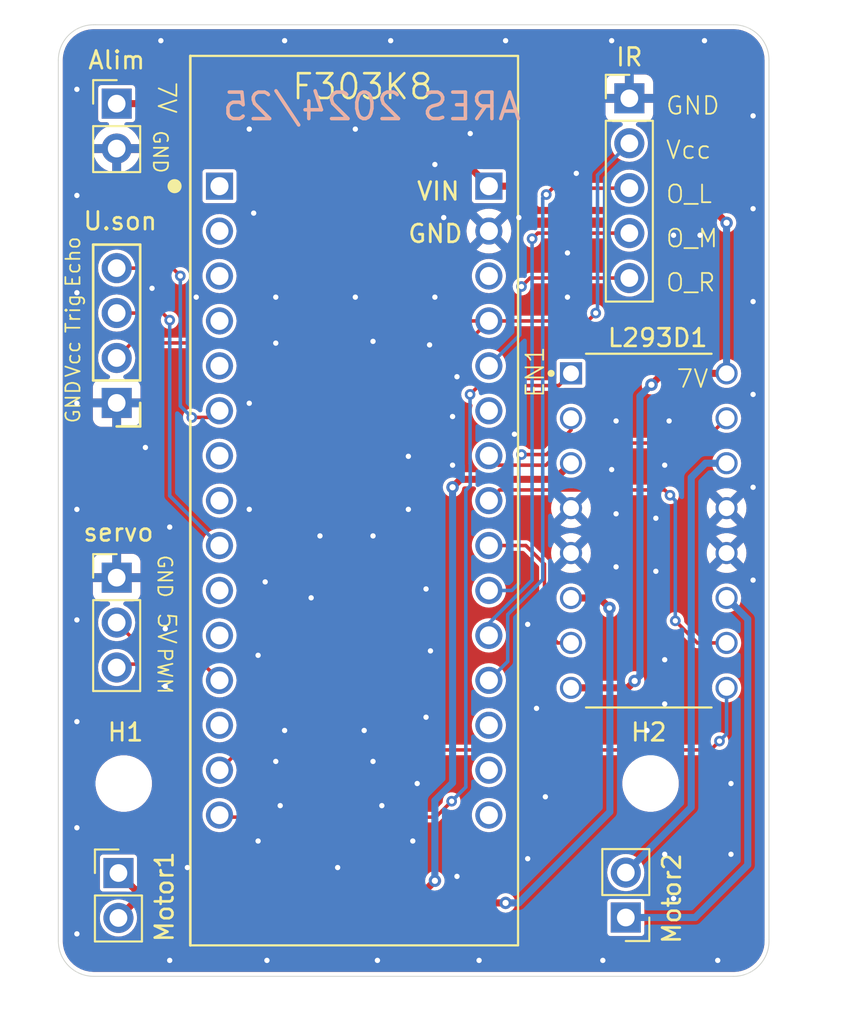
<source format=kicad_pcb>
(kicad_pcb (version 20240108) (generator "pcbnew") (generator_version "8.0")
  (layers (0 "F.Cu" signal) (31 "B.Cu" signal) (34 "B.Paste" user) (35 "F.Paste" user) (36 "B.SilkS" user "B.Silkscreen") (37 "F.SilkS" user "F.Silkscreen") (38 "B.Mask" user) (39 "F.Mask" user) (44 "Edge.Cuts" user))
  (net 0 "")
  (net 1 "/IN1")
  (net 2 "/GND")
  (net 3 "/IN3")
  (net 4 "/IN2")
  (net 5 "/EN1")
  (net 6 "/EN2")
  (net 7 "/out4")
  (net 8 "/IN4")
  (net 9 "/out2")
  (net 10 "/out3")
  (net 11 "/7V")
  (net 12 "/out1")
  (net 13 "/O_M")
  (net 14 "/5V")
  (net 16 "/O_R")
  (net 18 "/O_L")
  (net 19 "/Echo")
  (net 22 "/Trig")
  (net 30 "/pwm_servo")
  (footprint "L293D (1):L293D_Motor_Driver" (layer "F.Cu") (at 146.6 73.2)
    (property "Reference" "L293D1" (at 0.5 -10.9 0) (layer "F.SilkS"))
    (property "Value" "L293D")
    (fp_line (start -3.55 -10) (end 3.55 -10) (stroke (width 0.127)) (layer "F.SilkS"))
    (fp_line (start -3.55 10) (end 3.55 10) (stroke (width 0.127)) (layer "F.SilkS"))
    (fp_circle (center -5.525 -8.89) (end -5.425 -8.89) (stroke (width 0.2)) (fill none) (layer "F.SilkS"))
    (fp_text user "7V" (at 1.5 -8 0) (layer "F.SilkS") (effects (font (thickness 0.1)) (justify left bottom)))
    (fp_text user "EN1" (at -5.85 -7.45 90) (layer "F.SilkS") (effects (font (thickness 0.1)) (justify left bottom)))
    (pad "1" thru_hole rect (at -4.4 -8.89) (size 1.25 1.25) (drill 0.9) (layers "*.Cu" "*.Mask") (net 5 "/EN1"))
    (pad "2" thru_hole circle (at -4.4 -6.35) (size 1.25 1.25) (drill 0.9) (layers "*.Cu" "*.Mask") (net 1 "/IN1"))
    (pad "3" thru_hole circle (at -4.4 -3.81) (size 1.25 1.25) (drill 0.9) (layers "*.Cu" "*.Mask") (net 12 "/out1"))
    (pad "4" thru_hole circle (at -4.4 -1.27) (size 1.25 1.25) (drill 0.9) (layers "*.Cu" "*.Mask") (net 2 "/GND"))
    (pad "5" thru_hole circle (at -4.4 1.27) (size 1.25 1.25) (drill 0.9) (layers "*.Cu" "*.Mask") (net 2 "/GND"))
    (pad "6" thru_hole circle (at -4.4 3.81) (size 1.25 1.25) (drill 0.9) (layers "*.Cu" "*.Mask") (net 9 "/out2"))
    (pad "7" thru_hole circle (at -4.4 6.35) (size 1.25 1.25) (drill 0.9) (layers "*.Cu" "*.Mask") (net 4 "/IN2"))
    (pad "8" thru_hole circle (at -4.4 8.89) (size 1.25 1.25) (drill 0.9) (layers "*.Cu" "*.Mask") (net 11 "/7V"))
    (pad "9" thru_hole circle (at 4.4 8.89) (size 1.25 1.25) (drill 0.9) (layers "*.Cu" "*.Mask") (net 6 "/EN2"))
    (pad "10" thru_hole circle (at 4.4 6.35) (size 1.25 1.25) (drill 0.9) (layers "*.Cu" "*.Mask") (net 3 "/IN3"))
    (pad "11" thru_hole circle (at 4.4 3.81) (size 1.25 1.25) (drill 0.9) (layers "*.Cu" "*.Mask") (net 10 "/out3"))
    (pad "12" thru_hole circle (at 4.4 1.27) (size 1.25 1.25) (drill 0.9) (layers "*.Cu" "*.Mask") (net 2 "/GND"))
    (pad "13" thru_hole circle (at 4.4 -1.27) (size 1.25 1.25) (drill 0.9) (layers "*.Cu" "*.Mask") (net 2 "/GND"))
    (pad "14" thru_hole circle (at 4.4 -3.81) (size 1.25 1.25) (drill 0.9) (layers "*.Cu" "*.Mask") (net 7 "/out4"))
    (pad "15" thru_hole circle (at 4.4 -6.35) (size 1.25 1.25) (drill 0.9) (layers "*.Cu" "*.Mask") (net 8 "/IN4"))
    (pad "16" thru_hole circle (at 4.4 -8.89) (size 1.25 1.25) (drill 0.9) (layers "*.Cu" "*.Mask") (net 11 "/7V"))
  )
  (footprint "Connector_PinHeader_2.54mm:PinHeader_1x02_P2.54mm_Vertical" (layer "F.Cu") (at 145.3 95.075 180)
    (property "Reference" "Motor2" (at -2.6 1.075 90) (layer "F.SilkS"))
    (property "Value" "~")
    (fp_line (start 1.33 1.27) (end 1.33 3.87) (stroke (width 0.12)) (layer "F.SilkS"))
    (fp_line (start -1.33 3.87) (end 1.33 3.87) (stroke (width 0.12)) (layer "F.SilkS"))
    (fp_line (start -1.33 1.27) (end 1.33 1.27) (stroke (width 0.12)) (layer "F.SilkS"))
    (fp_line (start -1.33 1.27) (end -1.33 3.87) (stroke (width 0.12)) (layer "F.SilkS"))
    (fp_line (start -1.33 0) (end -1.33 -1.33) (stroke (width 0.12)) (layer "F.SilkS"))
    (fp_line (start -1.33 -1.33) (end 0 -1.33) (stroke (width 0.12)) (layer "F.SilkS"))
    (pad "1" thru_hole rect (at 0 0 180) (size 1.7 1.7) (drill 1) (layers "*.Cu" "*.Mask") (net 10 "/out3"))
    (pad "2" thru_hole oval (at 0 2.54 180) (size 1.7 1.7) (drill 1) (layers "*.Cu" "*.Mask") (net 7 "/out4"))
  )
  (footprint "Connector_PinHeader_2.54mm:PinHeader_1x03_P2.54mm_Vertical" (layer "F.Cu") (at 116.5 75.86)
    (property "Reference" "servo" (at 0.1 -2.56 0) (layer "F.SilkS"))
    (property "Value" "~")
    (fp_line (start -1.33 -1.33) (end 0 -1.33) (stroke (width 0.12)) (layer "F.SilkS"))
    (fp_line (start -1.33 0) (end -1.33 -1.33) (stroke (width 0.12)) (layer "F.SilkS"))
    (fp_line (start -1.33 1.27) (end -1.33 6.41) (stroke (width 0.12)) (layer "F.SilkS"))
    (fp_line (start -1.33 1.27) (end 1.33 1.27) (stroke (width 0.12)) (layer "F.SilkS"))
    (fp_line (start -1.33 6.41) (end 1.33 6.41) (stroke (width 0.12)) (layer "F.SilkS"))
    (fp_line (start 1.33 1.27) (end 1.33 6.41) (stroke (width 0.12)) (layer "F.SilkS"))
    (fp_text user "PWM" (at 2.25 3.89 -90) (layer "F.SilkS") (effects (font (size 0.8 0.8) (thickness 0.1)) (justify left bottom)))
    (fp_text user "GND" (at 2.25 -1.36 -90) (layer "F.SilkS") (effects (font (size 0.8 0.8) (thickness 0.1)) (justify left bottom)))
    (fp_text user "5V" (at 2.25 1.89 -90) (layer "F.SilkS") (effects (font (thickness 0.1)) (justify left bottom)))
    (pad "1" thru_hole oval (at 0 2.54) (size 1.7 1.7) (drill 1) (layers "*.Cu" "*.Mask") (net 14 "/5V"))
    (pad "2" thru_hole rect (at 0 0) (size 1.7 1.7) (drill 1) (layers "*.Cu" "*.Mask") (net 2 "/GND"))
    (pad "3" thru_hole oval (at 0 5.08) (size 1.7 1.7) (drill 1) (layers "*.Cu" "*.Mask") (net 30 "/pwm_servo"))
  )
  (footprint "Connector_PinHeader_2.54mm:PinHeader_1x02_P2.54mm_Vertical" (layer "F.Cu") (at 116.5 49.06)
    (property "Reference" "Alim" (at 0 -2.46 0) (layer "F.SilkS"))
    (property "Value" "~")
    (fp_line (start -1.33 -1.33) (end 0 -1.33) (stroke (width 0.12)) (layer "F.SilkS"))
    (fp_line (start -1.33 0) (end -1.33 -1.33) (stroke (width 0.12)) (layer "F.SilkS"))
    (fp_line (start -1.33 1.27) (end -1.33 3.87) (stroke (width 0.12)) (layer "F.SilkS"))
    (fp_line (start -1.33 1.27) (end 1.33 1.27) (stroke (width 0.12)) (layer "F.SilkS"))
    (fp_line (start -1.33 3.87) (end 1.33 3.87) (stroke (width 0.12)) (layer "F.SilkS"))
    (fp_line (start 1.33 1.27) (end 1.33 3.87) (stroke (width 0.12)) (layer "F.SilkS"))
    (fp_text user "7V" (at 2.25 -1.31 -90) (layer "F.SilkS") (effects (font (thickness 0.1)) (justify left bottom)))
    (fp_text user "GND" (at 2 1.44 -90) (layer "F.SilkS") (effects (font (size 0.8 0.8) (thickness 0.1)) (justify left bottom)))
    (pad "1" thru_hole rect (at 0 0) (size 1.7 1.7) (drill 1) (layers "*.Cu" "*.Mask") (net 11 "/7V"))
    (pad "2" thru_hole oval (at 0 2.54) (size 1.7 1.7) (drill 1) (layers "*.Cu" "*.Mask") (net 2 "/GND"))
  )
  (footprint "MountingHole:MountingHole_2.7mm_M2.5" (layer "F.Cu") (at 116.9 87.5)
    (property "Reference" "H1" (at 0.1 -2.9 0) (layer "F.SilkS"))
    (property "Value" "MountingHole_Pad")
    (pad "" np_thru_hole circle (at 0 0) (size 2.7 2.7) (drill 2.7) (layers "*.Cu" "*.Mask"))
  )
  (footprint "Connector_PinHeader_2.54mm:PinHeader_1x02_P2.54mm_Vertical" (layer "F.Cu") (at 116.6 92.56)
    (property "Reference" "Motor1" (at 2.6 1.34 90) (layer "F.SilkS"))
    (property "Value" "~")
    (fp_line (start -1.33 -1.33) (end 0 -1.33) (stroke (width 0.12)) (layer "F.SilkS"))
    (fp_line (start -1.33 0) (end -1.33 -1.33) (stroke (width 0.12)) (layer "F.SilkS"))
    (fp_line (start -1.33 1.27) (end -1.33 3.87) (stroke (width 0.12)) (layer "F.SilkS"))
    (fp_line (start -1.33 1.27) (end 1.33 1.27) (stroke (width 0.12)) (layer "F.SilkS"))
    (fp_line (start -1.33 3.87) (end 1.33 3.87) (stroke (width 0.12)) (layer "F.SilkS"))
    (fp_line (start 1.33 1.27) (end 1.33 3.87) (stroke (width 0.12)) (layer "F.SilkS"))
    (pad "1" thru_hole rect (at 0 0) (size 1.7 1.7) (drill 1) (layers "*.Cu" "*.Mask") (net 12 "/out1"))
    (pad "2" thru_hole oval (at 0 2.54) (size 1.7 1.7) (drill 1) (layers "*.Cu" "*.Mask") (net 9 "/out2"))
  )
  (footprint "NUCLEO-F303K8:MODULE_NUCLEO-F303K8" (layer "F.Cu") (at 129.935 71.505)
    (property "Reference" "F303K8" (at 0.465 -23.405 0) (layer "F.SilkS") (effects (font (size 1.402378 1.402378))))
    (property "Value" "~")
    (fp_line (start -9.27 -25.145) (end 9.27 -25.145) (stroke (width 0.127)) (layer "F.SilkS"))
    (fp_line (start -9.27 25.145) (end -9.27 -25.145) (stroke (width 0.15)) (layer "F.SilkS"))
    (fp_line (start 9.27 -25.145) (end 9.27 25.145) (stroke (width 0.127)) (layer "F.SilkS"))
    (fp_line (start 9.27 25.145) (end -9.27 25.145) (stroke (width 0.127)) (layer "F.SilkS"))
    (fp_circle (center -10.16 -17.78) (end -9.96 -17.78) (stroke (width 0.4)) (fill none) (layer "F.SilkS"))
    (pad "3_1" thru_hole rect (at -7.62 -17.78) (size 1.53 1.53) (drill 1.02) (layers "*.Cu" "*.Mask"))
    (pad "3_2" thru_hole circle (at -7.62 -15.24) (size 1.53 1.53) (drill 1.02) (layers "*.Cu" "*.Mask"))
    (pad "3_3" thru_hole circle (at -7.62 -12.7) (size 1.53 1.53) (drill 1.02) (layers "*.Cu" "*.Mask"))
    (pad "3_4" thru_hole circle (at -7.62 -10.16) (size 1.53 1.53) (drill 1.02) (layers "*.Cu" "*.Mask"))
    (pad "3_5" thru_hole circle (at -7.62 -7.62) (size 1.53 1.53) (drill 1.02) (layers "*.Cu" "*.Mask"))
    (pad "3_6" thru_hole circle (at -7.62 -5.08) (size 1.53 1.53) (drill 1.02) (layers "*.Cu" "*.Mask") (net 19 "/Echo"))
    (pad "3_7" thru_hole circle (at -7.62 -2.54) (size 1.53 1.53) (drill 1.02) (layers "*.Cu" "*.Mask"))
    (pad "3_8" thru_hole circle (at -7.62 0) (size 1.53 1.53) (drill 1.02) (layers "*.Cu" "*.Mask"))
    (pad "3_9" thru_hole circle (at -7.62 2.54) (size 1.53 1.53) (drill 1.02) (layers "*.Cu" "*.Mask") (net 22 "/Trig"))
    (pad "3_10" thru_hole circle (at -7.62 5.08) (size 1.53 1.53) (drill 1.02) (layers "*.Cu" "*.Mask"))
    (pad "3_11" thru_hole circle (at -7.62 7.62) (size 1.53 1.53) (drill 1.02) (layers "*.Cu" "*.Mask"))
    (pad "3_12" thru_hole circle (at -7.62 10.16) (size 1.53 1.53) (drill 1.02) (layers "*.Cu" "*.Mask") (net 30 "/pwm_servo"))
    (pad "3_13" thru_hole circle (at -7.62 12.7) (size 1.53 1.53) (drill 1.02) (layers "*.Cu" "*.Mask"))
    (pad "3_14" thru_hole circle (at -7.62 15.24) (size 1.53 1.53) (drill 1.02) (layers "*.Cu" "*.Mask") (net 6 "/EN2"))
    (pad "3_15" thru_hole circle (at -7.62 17.78) (size 1.53 1.53) (drill 1.02) (layers "*.Cu" "*.Mask") (net 5 "/EN1"))
    (pad "4_1" thru_hole rect (at 7.62 -17.78) (size 1.53 1.53) (drill 1.02) (layers "*.Cu" "*.Mask") (net 11 "/7V"))
    (pad "4_2" thru_hole circle (at 7.62 -15.24) (size 1.53 1.53) (drill 1.02) (layers "*.Cu" "*.Mask") (net 2 "/GND"))
    (pad "4_3" thru_hole circle (at 7.62 -12.7) (size 1.53 1.53) (drill 1.02) (layers "*.Cu" "*.Mask"))
    (pad "4_4" thru_hole circle (at 7.62 -10.16) (size 1.53 1.53) (drill 1.02) (layers "*.Cu" "*.Mask") (net 14 "/5V"))
    (pad "4_5" thru_hole circle (at 7.62 -7.62) (size 1.53 1.53) (drill 1.02) (layers "*.Cu" "*.Mask") (net 16 "/O_R"))
    (pad "4_6" thru_hole circle (at 7.62 -5.08) (size 1.53 1.53) (drill 1.02) (layers "*.Cu" "*.Mask"))
    (pad "4_7" thru_hole circle (at 7.62 -2.54) (size 1.53 1.53) (drill 1.02) (layers "*.Cu" "*.Mask") (net 8 "/IN4"))
    (pad "4_8" thru_hole circle (at 7.62 0) (size 1.53 1.53) (drill 1.02) (layers "*.Cu" "*.Mask") (net 3 "/IN3"))
    (pad "4_9" thru_hole circle (at 7.62 2.54) (size 1.53 1.53) (drill 1.02) (layers "*.Cu" "*.Mask") (net 4 "/IN2"))
    (pad "4_10" thru_hole circle (at 7.62 5.08) (size 1.53 1.53) (drill 1.02) (layers "*.Cu" "*.Mask") (net 1 "/IN1"))
    (pad "4_11" thru_hole circle (at 7.62 7.62) (size 1.53 1.53) (drill 1.02) (layers "*.Cu" "*.Mask") (net 13 "/O_M"))
    (pad "4_12" thru_hole circle (at 7.62 10.16) (size 1.53 1.53) (drill 1.02) (layers "*.Cu" "*.Mask") (net 18 "/O_L"))
    (pad "4_13" thru_hole circle (at 7.62 12.7) (size 1.53 1.53) (drill 1.02) (layers "*.Cu" "*.Mask"))
    (pad "4_14" thru_hole circle (at 7.62 15.24) (size 1.53 1.53) (drill 1.02) (layers "*.Cu" "*.Mask"))
    (pad "4_15" thru_hole circle (at 7.62 17.78) (size 1.53 1.53) (drill 1.02) (layers "*.Cu" "*.Mask"))
  )
  (footprint "MountingHole:MountingHole_2.7mm_M2.5" (layer "F.Cu") (at 146.7 87.5)
    (property "Reference" "H2" (at -0.1 -2.9 0) (layer "F.SilkS"))
    (property "Value" "MountingHole_Pad")
    (pad "" np_thru_hole circle (at 0 0) (size 2.7 2.7) (drill 2.7) (layers "*.Cu" "*.Mask"))
  )
  (footprint "Connector_PinHeader_2.54mm:PinHeader_1x05_P2.54mm_Vertical" (layer "F.Cu") (at 145.5 48.76)
    (property "Reference" "IR" (at 0 -2.33 0) (layer "F.SilkS"))
    (property "Value" "~")
    (fp_line (start -1.33 -1.33) (end 0 -1.33) (stroke (width 0.12)) (layer "F.SilkS"))
    (fp_line (start -1.33 0) (end -1.33 -1.33) (stroke (width 0.12)) (layer "F.SilkS"))
    (fp_line (start -1.33 1.27) (end -1.33 11.49) (stroke (width 0.12)) (layer "F.SilkS"))
    (fp_line (start -1.33 1.27) (end 1.33 1.27) (stroke (width 0.12)) (layer "F.SilkS"))
    (fp_line (start -1.33 11.49) (end 1.33 11.49) (stroke (width 0.12)) (layer "F.SilkS"))
    (fp_line (start 1.33 1.27) (end 1.33 11.49) (stroke (width 0.12)) (layer "F.SilkS"))
    (fp_text user "O_L" (at 2 6 0) (layer "F.SilkS") (effects (font (thickness 0.1)) (justify left bottom)))
    (fp_text user "Vcc" (at 2 3.5 0) (layer "F.SilkS") (effects (font (thickness 0.1)) (justify left bottom)))
    (fp_text user "O_M" (at 2 8.5 0) (layer "F.SilkS") (effects (font (thickness 0.1)) (justify left bottom)))
    (fp_text user "GND" (at 2 1 0) (layer "F.SilkS") (effects (font (thickness 0.1)) (justify left bottom)))
    (fp_text user "O_R" (at 2 11 0) (layer "F.SilkS") (effects (font (thickness 0.1)) (justify left bottom)))
    (pad "1" thru_hole rect (at 0 0) (size 1.7 1.7) (drill 1) (layers "*.Cu" "*.Mask") (net 2 "/GND"))
    (pad "2" thru_hole oval (at 0 2.54) (size 1.7 1.7) (drill 1) (layers "*.Cu" "*.Mask") (net 14 "/5V"))
    (pad "3" thru_hole oval (at 0 5.08) (size 1.7 1.7) (drill 1) (layers "*.Cu" "*.Mask") (net 18 "/O_L"))
    (pad "4" thru_hole oval (at 0 7.62) (size 1.7 1.7) (drill 1) (layers "*.Cu" "*.Mask") (net 13 "/O_M"))
    (pad "5" thru_hole oval (at 0 10.16) (size 1.7 1.7) (drill 1) (layers "*.Cu" "*.Mask") (net 16 "/O_R"))
  )
  (footprint "Connector_PinHeader_2.54mm:PinHeader_1x04_P2.54mm_Vertical" (layer "F.Cu") (at 116.5 65.98 180)
    (property "Reference" "U.son" (at -0.2 10.28 0) (layer "F.SilkS"))
    (property "Value" "~")
    (fp_line (start 1.33 1.27) (end 1.33 8.95) (stroke (width 0.15)) (layer "F.SilkS"))
    (fp_line (start -1.33 8.95) (end 1.33 8.95) (stroke (width 0.15)) (layer "F.SilkS"))
    (fp_line (start -1.33 1.27) (end 1.33 1.27) (stroke (width 0.15)) (layer "F.SilkS"))
    (fp_line (start -1.33 1.27) (end -1.33 8.95) (stroke (width 0.15)) (layer "F.SilkS"))
    (fp_line (start -1.33 0) (end -1.33 -1.33) (stroke (width 0.15)) (layer "F.SilkS"))
    (fp_line (start -1.33 -1.33) (end 0 -1.33) (stroke (width 0.15)) (layer "F.SilkS"))
    (fp_text user "Trig" (at 2 3.88 90) (layer "F.SilkS") (effects (font (size 0.8 0.8) (thickness 0.1)) (justify left bottom)))
    (fp_text user "Vcc" (at 2 1.38 90) (layer "F.SilkS") (effects (font (size 0.8 0.8) (thickness 0.1)) (justify left bottom)))
    (fp_text user "GND" (at 2 -1.22 90) (layer "F.SilkS") (effects (font (size 0.8 0.8) (thickness 0.1)) (justify left bottom)))
    (fp_text user "Echo" (at 2 6.48 90) (layer "F.SilkS") (effects (font (size 0.8 0.8) (thickness 0.1)) (justify left bottom)))
    (pad "1" thru_hole rect (at 0 0 180) (size 1.7 1.7) (drill 1) (layers "*.Cu" "*.Mask") (net 2 "/GND"))
    (pad "2" thru_hole oval (at 0 2.54 180) (size 1.7 1.7) (drill 1) (layers "*.Cu" "*.Mask") (net 14 "/5V"))
    (pad "3" thru_hole oval (at 0 5.08 180) (size 1.7 1.7) (drill 1) (layers "*.Cu" "*.Mask") (net 22 "/Trig"))
    (pad "4" thru_hole oval (at 0 7.62 180) (size 1.7 1.7) (drill 1) (layers "*.Cu" "*.Mask") (net 19 "/Echo"))
  )
  (gr_line (start 153.4 46.6) (end 153.4 96.3) (stroke (width 0.05)) (layer "Edge.Cuts"))
  (gr_line (start 115.2 44.597502) (end 115.3 44.597502) (stroke (width 0.05)) (layer "Edge.Cuts"))
  (gr_arc (start 151.4 44.6) (mid 152.814214 45.185786) (end 153.4 46.6) (stroke (width 0.05)) (layer "Edge.Cuts"))
  (gr_line (start 113.2 46.6) (end 113.2 96.4) (stroke (width 0.05)) (layer "Edge.Cuts"))
  (gr_line (start 151.4 98.4) (end 115.2 98.4) (stroke (width 0.05)) (layer "Edge.Cuts"))
  (gr_arc (start 113.2 46.6) (mid 113.785786 45.185786) (end 115.2 44.6) (stroke (width 0.05)) (layer "Edge.Cuts"))
  (gr_arc (start 115.2 98.4) (mid 113.785786 97.814214) (end 113.2 96.4) (stroke (width 0.05)) (layer "Edge.Cuts"))
  (gr_line (start 115.3 44.6) (end 151.4 44.6) (stroke (width 0.05)) (layer "Edge.Cuts"))
  (gr_arc (start 153.4 96.3) (mid 152.850905 97.780172) (end 151.4 98.402498) (stroke (width 0.05)) (layer "Edge.Cuts"))
  (gr_text "ARES 2024/25" (at 139.5 50.1 0) (layer "B.SilkS") (effects (font (size 1.5 1.5) (thickness 0.2) (bold yes)) (justify left bottom mirror)))
  (gr_text "VIN" (at 133.4 54.6 0) (layer "F.SilkS") (effects (font (size 1 1) (thickness 0.153)) (justify left bottom)))
  (gr_text "GND" (at 132.9 57 0) (layer "F.SilkS") (effects (font (size 1 1) (thickness 0.153)) (justify left bottom)))
  (segment (start 139.4 68.9) (end 140.816166 68.9) (width 0.2) (layer "F.Cu") (net 1))
  (segment (start 142.2 67.516166) (end 142.2 66.85) (width 0.2) (layer "F.Cu") (net 1))
  (segment (start 140.816166 68.9) (end 142.2 67.516166) (width 0.2) (layer "F.Cu") (net 1))
  (via (at 139.4 68.9) (size 0.6) (drill 0.3) (layers "F.Cu" "B.Cu") (net 1))
  (segment (start 139.4 68.9) (end 139.25 69.05) (width 0.2) (layer "B.Cu") (net 1))
  (segment (start 139.25 76.184314) (end 138.849314 76.585) (width 0.2) (layer "B.Cu") (net 1))
  (segment (start 139.25 69.05) (end 139.25 76.184314) (width 0.2) (layer "B.Cu") (net 1))
  (segment (start 138.849314 76.585) (end 137.555 76.585) (width 0.2) (layer "B.Cu") (net 1))
  (segment (start 116.5 75.86) (end 116.96 75.4) (width 0.2) (layer "F.Cu") (net 2))
  (via (at 131 73.5) (size 0.6) (drill 0.3) (layers "F.Cu" "B.Cu") (net 2))
  (via (at 119.25 82) (size 0.6) (drill 0.3) (layers "F.Cu" "B.Cu") (net 2))
  (via (at 124.9 76.1) (size 0.6) (drill 0.3) (layers "F.Cu" "B.Cu") (net 2))
  (via (at 130 60) (size 0.6) (drill 0.3) (layers "F.Cu" "B.Cu") (net 2))
  (via (at 133 72) (size 0.6) (drill 0.3) (layers "F.Cu" "B.Cu") (net 2))
  (via (at 118.125 68.5) (size 0.6) (drill 0.3) (layers "F.Cu" "B.Cu") (net 2))
  (via (at 124 72) (size 0.6) (drill 0.3) (layers "F.Cu" "B.Cu") (net 2))
  (via (at 135.75 64.5) (size 0.6) (drill 0.3) (layers "F.Cu" "B.Cu") (net 2))
  (via (at 119.5 73) (size 0.6) (drill 0.3) (layers "F.Cu" "B.Cu") (net 2))
  (via (at 152.5 70.75) (size 0.6) (drill 0.3) (layers "F.Cu" "B.Cu") (net 2))
  (via (at 125.5 86.25) (size 0.6) (drill 0.3) (layers "F.Cu" "B.Cu") (net 2))
  (via (at 114.25 90) (size 0.6) (drill 0.3) (layers "F.Cu" "B.Cu") (net 2))
  (via (at 119.5 97.5) (size 0.6) (drill 0.3) (layers "F.Cu" "B.Cu") (net 2))
  (via (at 134.25 80) (size 0.6) (drill 0.3) (layers "F.Cu" "B.Cu") (net 2))
  (via (at 129 92.25) (size 0.6) (drill 0.3) (layers "F.Cu" "B.Cu") (net 2))
  (via (at 136.5 50.75) (size 0.6) (drill 0.3) (layers "F.Cu" "B.Cu") (net 2))
  (via (at 147.5 69.5) (size 0.6) (drill 0.3) (layers "F.Cu" "B.Cu") (net 2))
  (via (at 149.5 56.5) (size 0.6) (drill 0.3) (layers "F.Cu" "B.Cu") (net 2))
  (via (at 124.5 90.75) (size 0.6) (drill 0.3) (layers "F.Cu" "B.Cu") (net 2))
  (via (at 114.25 48.25) (size 0.6) (drill 0.3) (layers "F.Cu" "B.Cu") (net 2))
  (via (at 131 62.5) (size 0.6) (drill 0.3) (layers "F.Cu" "B.Cu") (net 2))
  (via (at 114.25 84) (size 0.6) (drill 0.3) (layers "F.Cu" "B.Cu") (net 2))
  (via (at 144.5 45.5) (size 0.6) (drill 0.3) (layers "F.Cu" "B.Cu") (net 2))
  (via (at 131.25 97.5) (size 0.6) (drill 0.3) (layers "F.Cu" "B.Cu") (net 2))
  (via (at 150.5 97.5) (size 0.6) (drill 0.3) (layers "F.Cu" "B.Cu") (net 2))
  (via (at 144.75 67) (size 0.6) (drill 0.3) (layers "F.Cu" "B.Cu") (net 2))
  (via (at 142.5 53) (size 0.6) (drill 0.3) (layers "F.Cu" "B.Cu") (net 2))
  (via (at 152.5 76) (size 0.6) (drill 0.3) (layers "F.Cu" "B.Cu") (net 2))
  (via (at 139.75 78.5) (size 0.6) (drill 0.3) (layers "F.Cu" "B.Cu") (net 2))
  (via (at 142 57.5) (size 0.6) (drill 0.3) (layers "F.Cu" "B.Cu") (net 2))
  (via (at 133 69) (size 0.6) (drill 0.3) (layers "F.Cu" "B.Cu") (net 2))
  (via (at 131 86.25) (size 0.6) (drill 0.3) (layers "F.Cu" "B.Cu") (net 2))
  (via (at 147.5 83) (size 0.6) (drill 0.3) (layers "F.Cu" "B.Cu") (net 2))
  (via (at 124 50.5) (size 0.6) (drill 0.3) (layers "F.Cu" "B.Cu") (net 2))
  (via (at 144.75 72.25) (size 0.6) (drill 0.3) (layers "F.Cu" "B.Cu") (net 2))
  (via (at 114.25 72) (size 0.6) (drill 0.3) (layers "F.Cu" "B.Cu") (net 2))
  (via (at 128 73.5) (size 0.6) (drill 0.3) (layers "F.Cu" "B.Cu") (net 2))
  (via (at 125.75 88.75) (size 0.6) (drill 0.3) (layers "F.Cu" "B.Cu") (net 2))
  (via (at 127.5 77) (size 0.6) (drill 0.3) (layers "F.Cu" "B.Cu") (net 2))
  (via (at 126 84.5) (size 0.6) (drill 0.3) (layers "F.Cu" "B.Cu") (net 2))
  (via (at 119.25 78.75) (size 0.6) (drill 0.3) (layers "F.Cu" "B.Cu") (net 2))
  (via (at 125.5 60) (size 0.6) (drill 0.3) (layers "F.Cu" "B.Cu") (net 2))
  (via (at 120.5 92.25) (size 0.6) (drill 0.3) (layers "F.Cu" "B.Cu") (net 2))
  (via (at 132 45.5) (size 0.6) (drill 0.3) (layers "F.Cu" "B.Cu") (net 2))
  (via (at 139 67.75) (size 0.6) (drill 0.3) (layers "F.Cu" "B.Cu") (net 2))
  (via (at 152.5 65.5) (size 0.6) (drill 0.3) (layers "F.Cu" "B.Cu") (net 2))
  (via (at 125.5 62.6) (size 0.6) (drill 0.3) (layers "F.Cu" "B.Cu") (net 2))
  (via (at 124.5 80.25) (size 0.6) (drill 0.3) (layers "F.Cu" "B.Cu") (net 2))
  (via (at 133.25 90.75) (size 0.6) (drill 0.3) (layers "F.Cu" "B.Cu") (net 2))
  (via (at 144.75 75.25) (size 0.6) (drill 0.3) (layers "F.Cu" "B.Cu") (net 2))
  (via (at 130.5 84.5) (size 0.6) (drill 0.3) (layers "F.Cu" "B.Cu") (net 2))
  (via (at 152.5 60.25) (size 0.6) (drill 0.3) (layers "F.Cu" "B.Cu") (net 2))
  (via (at 144 97.5) (size 0.6) (drill 0.3) (layers "F.Cu" "B.Cu") (net 2))
  (via (at 134 76.5) (size 0.6) (drill 0.3) (layers "F.Cu" "B.Cu") (net 2))
  (via (at 147.5 80.5) (size 0.6) (drill 0.3) (layers "F.Cu" "B.Cu") (net 2))
  (via (at 131.5 88.75) (size 0.6) (drill 0.3) (layers "F.Cu" "B.Cu") (net 2))
  (via (at 147.5 91.5) (size 0.6) (drill 0.3) (layers "F.Cu" "B.Cu") (net 2))
  (via (at 137 97.5) (size 0.6) (drill 0.3) (layers "F.Cu" "B.Cu") (net 2))
  (via (at 126 45.5) (size 0.6) (drill 0.3) (layers "F.Cu" "B.Cu") (net 2))
  (via (at 114.25 78.25) (size 0.6) (drill 0.3) (layers "F.Cu" "B.Cu") (net 2))
  (via (at 148 56.5) (size 0.6) (drill 0.3) (layers "F.Cu" "B.Cu") (net 2))
  (via (at 138.5 45.5) (size 0.6) (drill 0.3) (layers "F.Cu" "B.Cu") (net 2))
  (via (at 139.75 91.75) (size 0.6) (drill 0.3) (layers "F.Cu" "B.Cu") (net 2))
  (via (at 146.5 84.5) (size 0.6) (drill 0.3) (layers "F.Cu" "B.Cu") (net 2))
  (via (at 114.25 54.25) (size 0.6) (drill 0.3) (layers "F.Cu" "B.Cu") (net 2))
  (via (at 134.2 62.7) (size 0.6) (drill 0.3) (layers "F.Cu" "B.Cu") (net 2))
  (via (at 135 55.5) (size 0.6) (drill 0.3) (layers "F.Cu" "B.Cu") (net 2))
  (via (at 130 50.5) (size 0.6) (drill 0.3) (layers "F.Cu" "B.Cu") (net 2))
  (via (at 144.5 69.75) (size 0.6) (drill 0.3) (layers "F.Cu" "B.Cu") (net 2))
  (via (at 133.5 87.5) (size 0.6) (drill 0.3) (layers "F.Cu" "B.Cu") (net 2))
  (via (at 147 75.5) (size 0.6) (drill 0.3) (layers "F.Cu" "B.Cu") (net 2))
  (via (at 121 60) (size 0.6) (drill 0.3) (layers "F.Cu" "B.Cu") (net 2))
  (via (at 124 66) (size 0.6) (drill 0.3) (layers "F.Cu" "B.Cu") (net 2))
  (via (at 114.25 96) (size 0.6) (drill 0.3) (layers "F.Cu" "B.Cu") (net 2))
  (via (at 134 83.75) (size 0.6) (drill 0.3) (layers "F.Cu" "B.Cu") (net 2))
  (via (at 139.25 55.5) (size 0.6) (drill 0.3) (layers "F.Cu" "B.Cu") (net 2))
  (via (at 151.25 91.5) (size 0.6) (drill 0.3) (layers "F.Cu" "B.Cu") (net 2))
  (via (at 142 60) (size 0.6) (drill 0.3) (layers "F.Cu" "B.Cu") (net 2))
  (via (at 135.75 92.75) (size 0.6) (drill 0.3) (layers "F.Cu" "B.Cu") (net 2))
  (via (at 114.25 59.75) (size 0.6) (drill 0.3) (layers "F.Cu" "B.Cu") (net 2))
  (via (at 119 45.5) (size 0.6) (drill 0.3) (layers "F.Cu" "B.Cu") (net 2))
  (via (at 135.5 66.75) (size 0.6) (drill 0.3) (layers "F.Cu" "B.Cu") (net 2))
  (via (at 147.75 67) (size 0.6) (drill 0.3) (layers "F.Cu" "B.Cu") (net 2))
  (via (at 151.25 87.5) (size 0.6) (drill 0.3) (layers "F.Cu" "B.Cu") (net 2))
  (via (at 134.5 60) (size 0.6) (drill 0.3) (layers "F.Cu" "B.Cu") (net 2))
  (via (at 114.25 66) (size 0.6) (drill 0.3) (layers "F.Cu" "B.Cu") (net 2))
  (via (at 152.5 55) (size 0.6) (drill 0.3) (layers "F.Cu" "B.Cu") (net 2))
  (via (at 152.5 49.75) (size 0.6) (drill 0.3) (layers "F.Cu" "B.Cu") (net 2))
  (via (at 140.25 83.25) (size 0.6) (drill 0.3) (layers "F.Cu" "B.Cu") (net 2))
  (via (at 147 72.5) (size 0.6) (drill 0.3) (layers "F.Cu" "B.Cu") (net 2))
  (via (at 148 94) (size 0.6) (drill 0.3) (layers "F.Cu" "B.Cu") (net 2))
  (via (at 118.5 59.5) (size 0.6) (drill 0.3) (layers "F.Cu" "B.Cu") (net 2))
  (via (at 135.5 69.5) (size 0.6) (drill 0.3) (layers "F.Cu" "B.Cu") (net 2))
  (via (at 140.75 88.25) (size 0.6) (drill 0.3) (layers "F.Cu" "B.Cu") (net 2))
  (via (at 124.25 55.25) (size 0.6) (drill 0.3) (layers "F.Cu" "B.Cu") (net 2))
  (via (at 149.75 45.5) (size 0.6) (drill 0.3) (layers "F.Cu" "B.Cu") (net 2))
  (via (at 125 97.5) (size 0.6) (drill 0.3) (layers "F.Cu" "B.Cu") (net 2))
  (via (at 134.5 52.5) (size 0.6) (drill 0.3) (layers "F.Cu" "B.Cu") (net 2))
  (segment (start 147.5 70.9) (end 138.16 70.9) (width 0.2) (layer "F.Cu") (net 3))
  (segment (start 149.35 79.55) (end 151 79.55) (width 0.2) (layer "F.Cu") (net 3))
  (segment (start 147.8 71.2) (end 147.5 70.9) (width 0.2) (layer "F.Cu") (net 3))
  (segment (start 138.16 70.9) (end 137.555 71.505) (width 0.2) (layer "F.Cu") (net 3))
  (segment (start 148.1 78.3) (end 149.35 79.55) (width 0.2) (layer "F.Cu") (net 3))
  (via (at 148.1 78.3) (size 0.6) (drill 0.3) (layers "F.Cu" "B.Cu") (net 3))
  (via (at 147.8 71.2) (size 0.6) (drill 0.3) (layers "F.Cu" "B.Cu") (net 3))
  (segment (start 148.1 71.5) (end 147.8 71.2) (width 0.2) (layer "B.Cu") (net 3))
  (segment (start 148.1 78.3) (end 148.1 71.5) (width 0.2) (layer "B.Cu") (net 3))
  (segment (start 140.7 78.8) (end 141.45 79.55) (width 0.2) (layer "F.Cu") (net 4))
  (segment (start 139.645 74.045) (end 140.7 75.1) (width 0.2) (layer "F.Cu") (net 4))
  (segment (start 141.45 79.55) (end 142.2 79.55) (width 0.2) (layer "F.Cu") (net 4))
  (segment (start 140.7 75.1) (end 140.7 78.8) (width 0.2) (layer "F.Cu") (net 4))
  (segment (start 137.555 74.045) (end 139.645 74.045) (width 0.2) (layer "F.Cu") (net 4))
  (segment (start 136.49 65.5) (end 136.99 65) (width 0.2) (layer "F.Cu") (net 5))
  (segment (start 141.51 65) (end 142.2 64.31) (width 0.2) (layer "F.Cu") (net 5))
  (segment (start 135.45 88.5) (end 134.55 89.4) (width 0.2) (layer "F.Cu") (net 5))
  (segment (start 134.55 89.4) (end 122.43 89.4) (width 0.2) (layer "F.Cu") (net 5))
  (segment (start 122.43 89.4) (end 122.315 89.285) (width 0.2) (layer "F.Cu") (net 5))
  (segment (start 136.99 65) (end 141.51 65) (width 0.2) (layer "F.Cu") (net 5))
  (via (at 136.49 65.5) (size 0.6) (drill 0.3) (layers "F.Cu" "B.Cu") (net 5))
  (via (at 135.45 88.5) (size 0.6) (drill 0.3) (layers "F.Cu" "B.Cu") (net 5))
  (segment (start 136.25 87.7) (end 135.45 88.5) (width 0.2) (layer "B.Cu") (net 5))
  (segment (start 136.49 65.5) (end 136.49 69.406138) (width 0.2) (layer "B.Cu") (net 5))
  (segment (start 136.49 69.406138) (end 136.5 69.416138) (width 0.2) (layer "B.Cu") (net 5))
  (segment (start 136.25 70.919239) (end 136.25 87.7) (width 0.2) (layer "B.Cu") (net 5))
  (segment (start 136.5 69.416138) (end 136.5 70.669239) (width 0.2) (layer "B.Cu") (net 5))
  (segment (start 136.5 70.669239) (end 136.25 70.919239) (width 0.2) (layer "B.Cu") (net 5))
  (segment (start 123.46 85.6) (end 122.315 86.745) (width 0.2) (layer "F.Cu") (net 6))
  (segment (start 150.1 85.6) (end 123.46 85.6) (width 0.2) (layer "F.Cu") (net 6))
  (segment (start 150.6 85.1) (end 150.1 85.6) (width 0.2) (layer "F.Cu") (net 6))
  (via (at 150.6 85.1) (size 0.6) (drill 0.3) (layers "F.Cu" "B.Cu") (net 6))
  (segment (start 150.6 85.1) (end 151 84.7) (width 0.2) (layer "B.Cu") (net 6))
  (segment (start 151 84.7) (end 151 82.09) (width 0.2) (layer "B.Cu") (net 6))
  (segment (start 151 69.39) (end 149.81 69.39) (width 0.4) (layer "B.Cu") (net 7))
  (segment (start 149 70.2) (end 149 88.835) (width 0.4) (layer "B.Cu") (net 7))
  (segment (start 149.81 69.39) (end 149 70.2) (width 0.4) (layer "B.Cu") (net 7))
  (segment (start 149 88.835) (end 145.3 92.535) (width 0.4) (layer "B.Cu") (net 7))
  (segment (start 151 66.85) (end 149.6 68.25) (width 0.2) (layer "F.Cu") (net 8))
  (segment (start 140.781852 69.5) (end 138.09 69.5) (width 0.2) (layer "F.Cu") (net 8))
  (segment (start 149.6 68.25) (end 142.031852 68.25) (width 0.2) (layer "F.Cu") (net 8))
  (segment (start 138.09 69.5) (end 137.555 68.965) (width 0.2) (layer "F.Cu") (net 8))
  (segment (start 142.031852 68.25) (end 140.781852 69.5) (width 0.2) (layer "F.Cu") (net 8))
  (segment (start 144.375 77.575) (end 143.81 77.01) (width 0.4) (layer "F.Cu") (net 9))
  (segment (start 117.45 94.25) (end 116.6 95.1) (width 0.4) (layer "F.Cu") (net 9))
  (segment (start 143.81 77.01) (end 142.2 77.01) (width 0.4) (layer "F.Cu") (net 9))
  (segment (start 138.5 94.25) (end 117.45 94.25) (width 0.4) (layer "F.Cu") (net 9))
  (via (at 144.375 77.575) (size 0.7) (drill 0.3) (layers "F.Cu" "B.Cu") (net 9))
  (via (at 138.5 94.25) (size 0.7) (drill 0.35) (layers "F.Cu" "B.Cu") (net 9))
  (segment (start 144.375 77.775) (end 144.375 77.575) (width 0.2) (layer "B.Cu") (net 9))
  (segment (start 139.25 94.25) (end 144.4 89.1) (width 0.4) (layer "B.Cu") (net 9))
  (segment (start 138.5 94.25) (end 139.25 94.25) (width 0.4) (layer "B.Cu") (net 9))
  (segment (start 144.4 89.1) (end 144.4 77.8) (width 0.4) (layer "B.Cu") (net 9))
  (segment (start 144.4 77.8) (end 144.375 77.775) (width 0.2) (layer "B.Cu") (net 9))
  (segment (start 149.225 95.075) (end 145.3 95.075) (width 0.4) (layer "B.Cu") (net 10))
  (segment (start 152.2 78.21) (end 152.2 92.1) (width 0.4) (layer "B.Cu") (net 10))
  (segment (start 151 77.01) (end 152.2 78.21) (width 0.4) (layer "B.Cu") (net 10))
  (segment (start 152.2 92.1) (end 149.225 95.075) (width 0.4) (layer "B.Cu") (net 10))
  (segment (start 145.41 82.09) (end 142.2 82.09) (width 0.4) (layer "F.Cu") (net 11))
  (segment (start 132.89 49.06) (end 137.555 53.725) (width 0.4) (layer "F.Cu") (net 11))
  (segment (start 144.5 55.1) (end 140.3 55.1) (width 0.4) (layer "F.Cu") (net 11))
  (segment (start 147.39 64.31) (end 151 64.31) (width 0.4) (layer "F.Cu") (net 11))
  (segment (start 146.75 64.95) (end 147.39 64.31) (width 0.4) (layer "F.Cu") (net 11))
  (segment (start 151 55.8) (end 150.3 55.1) (width 0.4) (layer "F.Cu") (net 11))
  (segment (start 116.5 49.06) (end 132.89 49.06) (width 0.4) (layer "F.Cu") (net 11))
  (segment (start 140.3 55.1) (end 138.925 53.725) (width 0.4) (layer "F.Cu") (net 11))
  (segment (start 150.3 55.1) (end 144.5 55.1) (width 0.4) (layer "F.Cu") (net 11))
  (segment (start 138.925 53.725) (end 137.555 53.725) (width 0.4) (layer "F.Cu") (net 11))
  (segment (start 145.8 81.7) (end 145.41 82.09) (width 0.4) (layer "F.Cu") (net 11))
  (via (at 145.8 81.7) (size 0.7) (drill 0.35) (layers "F.Cu" "B.Cu") (net 11))
  (via (at 146.75 64.95) (size 0.7) (drill 0.35) (layers "F.Cu" "B.Cu") (net 11))
  (via (at 151 55.8) (size 0.7) (drill 0.35) (layers "F.Cu" "B.Cu") (net 11))
  (segment (start 151 55.8) (end 151 64.31) (width 0.4) (layer "B.Cu") (net 11))
  (segment (start 146.1 65.6) (end 146.75 64.95) (width 0.4) (layer "B.Cu") (net 11))
  (segment (start 146.1 81.4) (end 146.1 65.6) (width 0.4) (layer "B.Cu") (net 11))
  (segment (start 145.8 81.7) (end 146.1 81.4) (width 0.4) (layer "B.Cu") (net 11))
  (segment (start 141.29 70.3) (end 142.2 69.39) (width 0.4) (layer "F.Cu") (net 12))
  (segment (start 134 93.5) (end 117.54 93.5) (width 0.4) (layer "F.Cu") (net 12))
  (segment (start 117.54 93.5) (end 116.6 92.56) (width 0.4) (layer "F.Cu") (net 12))
  (segment (start 135.5 70.75) (end 135.95 70.3) (width 0.4) (layer "F.Cu") (net 12))
  (segment (start 134.5 93) (end 134 93.5) (width 0.4) (layer "F.Cu") (net 12))
  (segment (start 135.95 70.3) (end 141.29 70.3) (width 0.4) (layer "F.Cu") (net 12))
  (via (at 134.5 93) (size 0.7) (drill 0.35) (layers "F.Cu" "B.Cu") (net 12))
  (via (at 135.5 70.75) (size 0.7) (drill 0.35) (layers "F.Cu" "B.Cu") (net 12))
  (segment (start 134.5 93) (end 134.5 88.46005) (width 0.4) (layer "B.Cu") (net 12))
  (segment (start 135.5 87.46005) (end 135.5 70.75) (width 0.4) (layer "B.Cu") (net 12))
  (segment (start 134.5 88.46005) (end 135.5 87.46005) (width 0.4) (layer "B.Cu") (net 12))
  (segment (start 140.32 56.38) (end 145.5 56.38) (width 0.2) (layer "F.Cu") (net 13))
  (segment (start 140 56.7) (end 140.32 56.38) (width 0.2) (layer "F.Cu") (net 13))
  (via (at 140 56.7) (size 0.6) (drill 0.3) (layers "F.Cu" "B.Cu") (net 13))
  (segment (start 140 56.7) (end 140 76) (width 0.2) (layer "B.Cu") (net 13))
  (segment (start 140 76) (end 137.555 78.445) (width 0.2) (layer "B.Cu") (net 13))
  (segment (start 137.555 78.445) (end 137.555 79.125) (width 0.2) (layer "B.Cu") (net 13))
  (segment (start 116.5 78.4) (end 118.35 80.25) (width 0.2) (layer "F.Cu") (net 14))
  (segment (start 122.696138 80.25) (end 133.8 69.146138) (width 0.2) (layer "F.Cu") (net 14))
  (segment (start 123.61 62.59) (end 124.855 61.345) (width 0.2) (layer "F.Cu") (net 14))
  (segment (start 116.5 63.44) (end 117.35 62.59) (width 0.2) (layer "F.Cu") (net 14))
  (segment (start 133.8 69.146138) (end 133.8 65.1) (width 0.2) (layer "F.Cu") (net 14))
  (segment (start 143.6 60.9) (end 143.155 61.345) (width 0.2) (layer "F.Cu") (net 14))
  (segment (start 121.5 62.59) (end 123.61 62.59) (width 0.2) (layer "F.Cu") (net 14))
  (segment (start 117.35 62.59) (end 121.5 62.59) (width 0.2) (layer "F.Cu") (net 14))
  (segment (start 133.8 65.1) (end 137.555 61.345) (width 0.2) (layer "F.Cu") (net 14))
  (segment (start 143.155 61.345) (end 137.555 61.345) (width 0.2) (layer "F.Cu") (net 14))
  (segment (start 124.855 61.345) (end 137.555 61.345) (width 0.2) (layer "F.Cu") (net 14))
  (segment (start 118.35 80.25) (end 122.696138 80.25) (width 0.2) (layer "F.Cu") (net 14))
  (via (at 143.6 60.9) (size 0.6) (drill 0.3) (layers "F.Cu" "B.Cu") (net 14))
  (segment (start 143.7 60.8) (end 143.7 53.1) (width 0.2) (layer "B.Cu") (net 14))
  (segment (start 143.7 53.1) (end 145.5 51.3) (width 0.2) (layer "B.Cu") (net 14))
  (segment (start 143.6 60.9) (end 143.7 60.8) (width 0.2) (layer "B.Cu") (net 14))
  (segment (start 139.88 58.92) (end 145.5 58.92) (width 0.2) (layer "F.Cu") (net 16))
  (segment (start 139.4 59.4) (end 139.88 58.92) (width 0.2) (layer "F.Cu") (net 16))
  (via (at 139.4 59.4) (size 0.6) (drill 0.3) (layers "F.Cu" "B.Cu") (net 16))
  (segment (start 139.4 59.4) (end 139.3 59.5) (width 0.2) (layer "B.Cu") (net 16))
  (segment (start 139.3 62.14) (end 137.555 63.885) (width 0.2) (layer "B.Cu") (net 16))
  (segment (start 139.3 59.5) (end 139.3 62.14) (width 0.2) (layer "B.Cu") (net 16))
  (segment (start 138.04 63.4) (end 137.555 63.885) (width 0.2) (layer "B.Cu") (net 16))
  (segment (start 141.16 53.84) (end 140.8 54.2) (width 0.2) (layer "F.Cu") (net 18))
  (segment (start 145.5 53.84) (end 141.16 53.84) (width 0.2) (layer "F.Cu") (net 18))
  (via (at 140.8 54.2) (size 0.6) (drill 0.3) (layers "F.Cu" "B.Cu") (net 18))
  (segment (start 140.8 54.2) (end 140.6 54.4) (width 0.2) (layer "B.Cu") (net 18))
  (segment (start 140.6 54.4) (end 140.6 75.965686) (width 0.2) (layer "B.Cu") (net 18))
  (segment (start 140.6 75.965686) (end 138.62 77.945686) (width 0.2) (layer "B.Cu") (net 18))
  (segment (start 138.62 80.6) (end 137.555 81.665) (width 0.2) (layer "B.Cu") (net 18))
  (segment (start 138.62 77.945686) (end 138.62 80.6) (width 0.2) (layer "B.Cu") (net 18))
  (segment (start 121.94 66.8) (end 122.315 66.425) (width 0.2) (layer "F.Cu") (net 19))
  (segment (start 120.75 66.8) (end 121.94 66.8) (width 0.2) (layer "F.Cu") (net 19))
  (segment (start 116.5 58.36) (end 119.66 58.36) (width 0.2) (layer "F.Cu") (net 19))
  (segment (start 119.66 58.36) (end 120.1 58.8) (width 0.2) (layer "F.Cu") (net 19))
  (via (at 120.75 66.8) (size 0.6) (drill 0.3) (layers "F.Cu" "B.Cu") (net 19))
  (via (at 120.1 58.8) (size 0.6) (drill 0.3) (layers "F.Cu" "B.Cu") (net 19))
  (segment (start 120.1 58.8) (end 120.1 66.15) (width 0.2) (layer "B.Cu") (net 19))
  (segment (start 120.1 66.15) (end 120.75 66.8) (width 0.2) (layer "B.Cu") (net 19))
  (segment (start 119.1 60.9) (end 116.5 60.9) (width 0.2) (layer "F.Cu") (net 22))
  (segment (start 119.5 61.3) (end 119.1 60.9) (width 0.2) (layer "F.Cu") (net 22))
  (via (at 119.5 61.3) (size 0.6) (drill 0.3) (layers "F.Cu" "B.Cu") (net 22))
  (segment (start 119.5 71.23) (end 122.315 74.045) (width 0.2) (layer "B.Cu") (net 22))
  (segment (start 119.5 61.3) (end 119.5 71.23) (width 0.2) (layer "B.Cu") (net 22))
  (segment (start 116.5 80.94) (end 116.69 80.75) (width 0.2) (layer "F.Cu") (net 30))
  (segment (start 116.69 80.75) (end 121.4 80.75) (width 0.2) (layer "F.Cu") (net 30))
  (segment (start 121.4 80.75) (end 122.315 81.665) (width 0.2) (layer "F.Cu") (net 30))
  (zone (net 2) (net_name "/GND") (layers "F&B.Cu") (connect_pads (clearance 0.2)) (min_thickness 0.25) (fill yes (thermal_gap 0.5) (thermal_bridge_width 0.5))
    (polygon (pts (xy 111.5 43.2) (xy 158 43.2) (xy 158 99.3) (xy 156.2 101.1) (xy 110.4 101.1) (xy 109.9 100.6) (xy 109.9 44.8)))
  )
)
</source>
